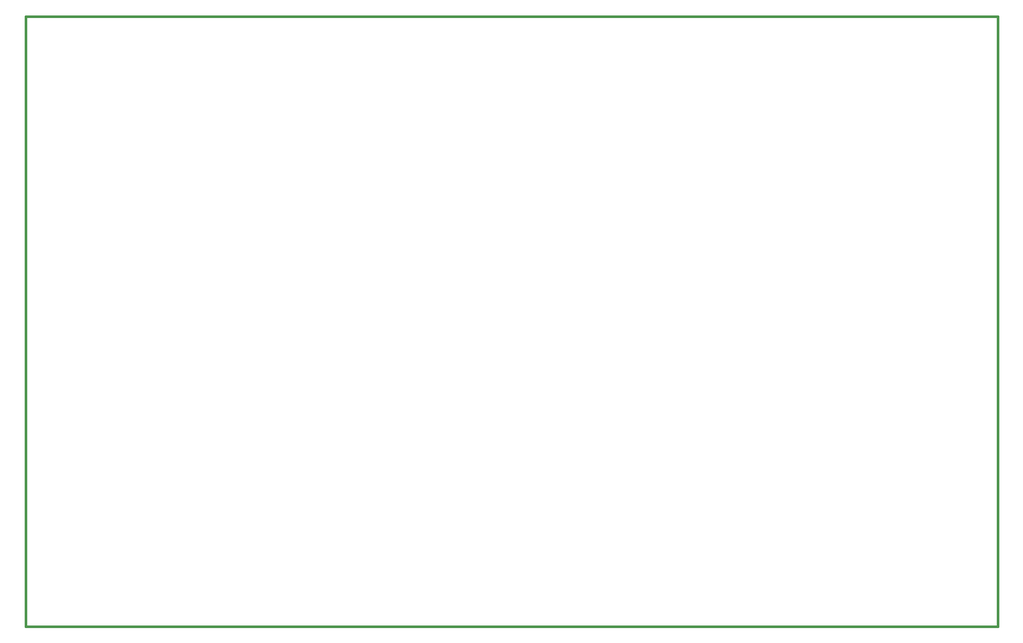
<source format=gm1>
G04 #@! TF.GenerationSoftware,KiCad,Pcbnew,(5.0.2)-1*
G04 #@! TF.CreationDate,2019-03-07T22:54:45+08:00*
G04 #@! TF.ProjectId,SBC,5342432e-6b69-4636-9164-5f7063625858,rev?*
G04 #@! TF.SameCoordinates,Original*
G04 #@! TF.FileFunction,Profile,NP*
%FSLAX46Y46*%
G04 Gerber Fmt 4.6, Leading zero omitted, Abs format (unit mm)*
G04 Created by KiCad (PCBNEW (5.0.2)-1) date 07/03/2019 22:54:45*
%MOMM*%
%LPD*%
G01*
G04 APERTURE LIST*
%ADD10C,0.381000*%
G04 APERTURE END LIST*
D10*
X237490000Y-53340000D02*
X237490000Y-153670000D01*
X77470000Y-53340000D02*
X237490000Y-53340000D01*
X237490000Y-153670000D02*
X77470000Y-153670000D01*
X77470000Y-53340000D02*
X77470000Y-153670000D01*
M02*

</source>
